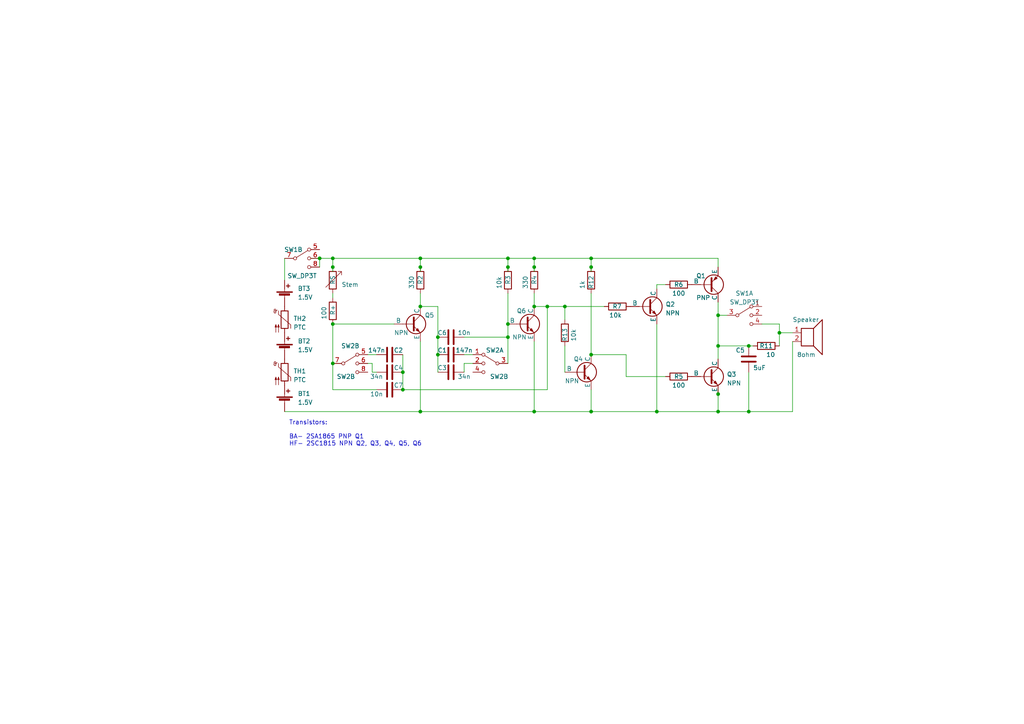
<source format=kicad_sch>
(kicad_sch (version 20231120) (generator "eeschema") (generator_version "8.0")
  (paper "A4")
  (lib_symbols
    (symbol "Device:Battery_Cell" (pin_numbers hide) (pin_names (offset 0) hide)
      (property "Reference" "BT" (at 2.54 2.54 0))
      (property "Value" "Battery_Cell" (at 2.54 0 0))
      (symbol "Battery_Cell_0_1"
        (rectangle (start -2.286 1.778) (end 2.286 1.524) (fill (type outline)))
        (rectangle (start -1.5748 1.1938) (end 1.4732 0.6858) (fill (type outline)))
        (polyline (pts (xy 0 0.762) (xy 0 0)))
        (polyline (pts (xy 0 1.778) (xy 0 2.54)))
        (polyline (pts (xy 0.508 3.429) (xy 1.524 3.429)) (stroke (width 0.254)))
        (polyline (pts (xy 1.016 3.937) (xy 1.016 2.921)) (stroke (width 0.254)))
      )
      (symbol "Battery_Cell_1_1"
        (pin passive line (at 0 5.08 270) (length 2.54) (name "+") (number "1"))
        (pin passive line (at 0 -2.54 90) (length 2.54) (name "-") (number "2"))
      )
    )
    (symbol "Device:C" (pin_numbers hide) (pin_names (offset 0.254))
      (property "Reference" "C" (at 0.635 2.54 0))
      (property "Value" "C" (at 0.635 -2.54 0))
      (symbol "C_0_1"
        (polyline (pts (xy -2.032 -0.762) (xy 2.032 -0.762)) (stroke (width 0.508)))
        (polyline (pts (xy -2.032 0.762) (xy 2.032 0.762)) (stroke (width 0.508)))
      )
      (symbol "C_1_1"
        (pin passive line (at 0 3.81 270) (length 2.794) (name "~") (number "1"))
        (pin passive line (at 0 -3.81 90) (length 2.794) (name "~") (number "2"))
      )
    )
    (symbol "Device:R" (pin_numbers hide) (pin_names (offset 0))
      (property "Reference" "R" (at 2.032 0 90))
      (property "Value" "R" (at 0 0 90))
      (symbol "R_0_1"
        (rectangle (start -1.016 -2.54) (end 1.016 2.54) (stroke (width 0.254)))
      )
      (symbol "R_1_1"
        (pin passive line (at 0 3.81 270) (length 1.27) (name "~") (number "1"))
        (pin passive line (at 0 -3.81 90) (length 1.27) (name "~") (number "2"))
      )
    )
    (symbol "Device:R_Variable" (pin_numbers hide) (pin_names (offset 0))
      (property "Reference" "R" (at 2.54 -2.54 90))
      (property "Value" "R_Variable" (at -2.54 -1.27 90))
      (symbol "R_Variable_0_1"
        (rectangle (start -1.016 -2.54) (end 1.016 2.54) (stroke (width 0.254)))
        (polyline (pts (xy 2.54 1.524) (xy 2.54 2.54) (xy 1.524 2.54) (xy 2.54 2.54) (xy -2.032 -2.032)))
      )
      (symbol "R_Variable_1_1"
        (pin passive line (at 0 3.81 270) (length 1.27) (name "~") (number "1"))
        (pin passive line (at 0 -3.81 90) (length 1.27) (name "~") (number "2"))
      )
    )
    (symbol "Device:Speaker" (pin_names (offset 0) hide)
      (property "Reference" "LS" (at 1.27 5.715 0))
      (property "Value" "Speaker" (at 1.27 3.81 0))
      (symbol "Speaker_0_0"
        (rectangle (start -2.54 1.27) (end 1.016 -3.81) (stroke (width 0.254)))
        (polyline (pts (xy 1.016 1.27) (xy 3.556 3.81) (xy 3.556 -6.35) (xy 1.016 -3.81)) (stroke (width 0.254)))
      )
      (symbol "Speaker_1_1"
        (pin input line (at -5.08 0 0) (length 2.54) (name "1") (number "1"))
        (pin input line (at -5.08 -2.54 0) (length 2.54) (name "2") (number "2"))
      )
    )
    (symbol "Device:Thermistor_PTC" (pin_numbers hide) (pin_names (offset 0))
      (property "Reference" "TH" (at -4.064 0 90))
      (property "Value" "Thermistor_PTC" (at 3.048 0 90))
      (symbol "Thermistor_PTC_0_1"
        (arc (start -3.048 2.159) (mid -3.0495 2.3143) (end -3.175 2.413))
        (arc (start -3.048 2.159) (mid -2.9736 1.9794) (end -2.794 1.905))
        (arc (start -3.048 2.794) (mid -2.9736 2.6144) (end -2.794 2.54))
        (arc (start -2.794 1.905) (mid -2.6144 1.9794) (end -2.54 2.159))
        (arc (start -2.794 2.54) (mid -2.4393 2.5587) (end -2.159 2.794))
        (arc (start -2.794 3.048) (mid -2.9736 2.9736) (end -3.048 2.794))
        (arc (start -2.54 2.794) (mid -2.6144 2.9736) (end -2.794 3.048))
        (rectangle (start -1.016 2.54) (end 1.016 -2.54) (stroke (width 0.254)))
        (polyline (pts (xy -2.54 2.159) (xy -2.54 2.794)))
        (polyline (pts (xy -1.778 2.54) (xy -1.778 1.524) (xy 1.778 -1.524) (xy 1.778 -2.54)))
        (polyline (pts (xy -2.54 -3.683) (xy -2.54 -1.397) (xy -2.794 -2.159) (xy -2.286 -2.159) (xy -2.54 -1.397) (xy -2.54 -1.651)) (fill (type outline)))
        (polyline (pts (xy -1.778 -3.683) (xy -1.778 -1.397) (xy -2.032 -2.159) (xy -1.524 -2.159) (xy -1.778 -1.397) (xy -1.778 -1.651)) (fill (type outline)))
      )
      (symbol "Thermistor_PTC_1_1"
        (pin passive line (at 0 3.81 270) (length 1.27) (name "~") (number "1"))
        (pin passive line (at 0 -3.81 90) (length 1.27) (name "~") (number "2"))
      )
    )
    (symbol "Simulation_SPICE:NPN" (pin_numbers hide) (pin_names (offset 0))
      (property "Reference" "Q" (at -2.54 7.62 0))
      (property "Value" "NPN" (at -2.54 5.08 0))
      (symbol "NPN_0_1"
        (polyline (pts (xy -2.54 0) (xy 0.635 0)) (stroke (width 0.1524)))
        (polyline (pts (xy 0.635 0.635) (xy 2.54 2.54)))
        (polyline (pts (xy 2.794 -1.27) (xy 2.794 -1.27)) (stroke (width 0.1524)))
        (polyline (pts (xy 2.794 -1.27) (xy 2.794 -1.27)) (stroke (width 0.1524)))
        (polyline (pts (xy 0.635 -0.635) (xy 2.54 -2.54) (xy 2.54 -2.54)))
        (polyline (pts (xy 0.635 1.905) (xy 0.635 -1.905) (xy 0.635 -1.905)) (stroke (width 0.508)))
        (polyline (pts (xy 1.27 -1.778) (xy 1.778 -1.27) (xy 2.286 -2.286) (xy 1.27 -1.778) (xy 1.27 -1.778)) (fill (type outline)))
        (circle (center 1.27 0) (radius 2.8194) (stroke (width 0.254)))
      )
      (symbol "NPN_1_1"
        (pin open_collector line (at 2.54 5.08 270) (length 2.54) (name "C") (number "1"))
        (pin input line (at -5.08 0 0) (length 2.54) (name "B") (number "2"))
        (pin open_emitter line (at 2.54 -5.08 90) (length 2.54) (name "E") (number "3"))
      )
    )
    (symbol "Simulation_SPICE:PNP" (pin_numbers hide) (pin_names (offset 0))
      (property "Reference" "Q" (at -2.54 7.62 0))
      (property "Value" "PNP" (at -2.54 5.08 0))
      (symbol "PNP_0_1"
        (polyline (pts (xy -2.54 0) (xy 0.635 0)) (stroke (width 0.1524)))
        (polyline (pts (xy 0.635 0.635) (xy 2.54 2.54)))
        (polyline (pts (xy 0.635 -0.635) (xy 2.54 -2.54) (xy 2.54 -2.54)))
        (polyline (pts (xy 0.635 1.905) (xy 0.635 -1.905) (xy 0.635 -1.905)) (stroke (width 0.508)))
        (polyline (pts (xy 2.286 -1.778) (xy 1.778 -2.286) (xy 1.27 -1.27) (xy 2.286 -1.778) (xy 2.286 -1.778)) (fill (type outline)))
        (circle (center 1.27 0) (radius 2.8194) (stroke (width 0.254)))
      )
      (symbol "PNP_1_1"
        (pin open_collector line (at 2.54 5.08 270) (length 2.54) (name "C") (number "1"))
        (pin input line (at -5.08 0 0) (length 2.54) (name "B") (number "2"))
        (pin open_emitter line (at 2.54 -5.08 90) (length 2.54) (name "E") (number "3"))
      )
    )
    (symbol "Switch:SW_DP3T" (pin_names (offset 0) hide)
      (property "Reference" "SW" (at 0 5.08 0))
      (property "Value" "SW_DP3T" (at 0 -5.08 0))
      (symbol "SW_DP3T_0_1"
        (circle (center -2.032 0) (radius 0.4572))
        (polyline (pts (xy -1.651 0.254) (xy 1.651 2.286)))
        (circle (center 2.032 -2.54) (radius 0.4572))
        (circle (center 2.032 0) (radius 0.4572))
        (circle (center 2.032 2.54) (radius 0.4572))
      )
      (symbol "SW_DP3T_1_1"
        (pin passive line (at 5.08 2.54 180) (length 2.54) (name "1") (number "1"))
        (pin passive line (at 5.08 0 180) (length 2.54) (name "2") (number "2"))
        (pin passive line (at -5.08 0 0) (length 2.54) (name "3") (number "3"))
        (pin passive line (at 5.08 -2.54 180) (length 2.54) (name "4") (number "4"))
      )
      (symbol "SW_DP3T_2_1"
        (pin passive line (at 5.08 2.54 180) (length 2.54) (name "5") (number "5"))
        (pin passive line (at 5.08 0 180) (length 2.54) (name "6") (number "6"))
        (pin passive line (at -5.08 0 0) (length 2.54) (name "7") (number "7"))
        (pin passive line (at 5.08 -2.54 180) (length 2.54) (name "8") (number "8"))
      )
    )
  )
  (junction (at 190.5 119.38))
  (junction (at 127 102.87))
  (junction (at 208.28 119.38))
  (junction (at 121.92 74.93))
  (junction (at 154.94 119.38))
  (junction (at 208.28 100.33))
  (junction (at 121.92 77.47))
  (junction (at 147.32 93.98))
  (junction (at 208.28 91.44))
  (junction (at 171.45 119.38))
  (junction (at 121.92 119.38))
  (junction (at 171.45 74.93))
  (junction (at 96.52 93.98))
  (junction (at 154.94 74.93))
  (junction (at 226.06 96.52))
  (junction (at 163.83 88.9))
  (junction (at 147.32 74.93))
  (junction (at 217.17 119.38))
  (junction (at 127 97.79))
  (junction (at 171.45 77.47))
  (junction (at 158.75 88.9))
  (junction (at 96.52 105.41))
  (junction (at 154.94 77.47))
  (junction (at 121.92 88.9))
  (junction (at 92.71 74.93))
  (junction (at 154.94 88.9))
  (junction (at 147.32 77.47))
  (junction (at 116.84 113.03))
  (junction (at 147.32 97.79))
  (junction (at 208.28 114.3))
  (junction (at 96.52 74.93))
  (junction (at 96.52 77.47))
  (junction (at 116.84 107.95))
  (junction (at 217.17 100.33))
  (junction (at 171.45 102.87))
  (wire (pts (xy 226.06 100.33) (xy 226.06 96.52)))
  (wire (pts (xy 107.95 105.41) (xy 106.68 105.41)))
  (wire (pts (xy 96.52 113.03) (xy 96.52 105.41)))
  (wire (pts (xy 154.94 77.47) (xy 154.94 78.74)))
  (wire (pts (xy 171.45 74.93) (xy 171.45 77.47)))
  (wire (pts (xy 96.52 93.98) (xy 114.3 93.98)))
  (wire (pts (xy 82.55 119.38) (xy 121.92 119.38)))
  (wire (pts (xy 127 88.9) (xy 127 97.79)))
  (wire (pts (xy 96.52 74.93) (xy 121.92 74.93)))
  (wire (pts (xy 96.52 77.47) (xy 96.52 78.74)))
  (wire (pts (xy 134.62 107.95) (xy 134.62 105.41)))
  (wire (pts (xy 217.17 119.38) (xy 229.87 119.38)))
  (wire (pts (xy 107.95 107.95) (xy 107.95 105.41)))
  (wire (pts (xy 116.84 107.95) (xy 116.84 113.03)))
  (wire (pts (xy 154.94 74.93) (xy 154.94 77.47)))
  (wire (pts (xy 190.5 83.82) (xy 190.5 82.55)))
  (wire (pts (xy 226.06 96.52) (xy 229.87 96.52)))
  (wire (pts (xy 121.92 74.93) (xy 121.92 77.47)))
  (wire (pts (xy 171.45 85.09) (xy 171.45 102.87)))
  (wire (pts (xy 163.83 88.9) (xy 175.26 88.9)))
  (wire (pts (xy 121.92 77.47) (xy 121.92 78.74)))
  (wire (pts (xy 154.94 119.38) (xy 171.45 119.38)))
  (wire (pts (xy 127 102.87) (xy 127 107.95)))
  (wire (pts (xy 106.68 102.87) (xy 109.22 102.87)))
  (wire (pts (xy 193.04 109.22) (xy 181.61 109.22)))
  (wire (pts (xy 171.45 77.47) (xy 171.45 78.74)))
  (wire (pts (xy 163.83 88.9) (xy 163.83 92.71)))
  (wire (pts (xy 147.32 74.93) (xy 154.94 74.93)))
  (wire (pts (xy 208.28 100.33) (xy 217.17 100.33)))
  (wire (pts (xy 92.71 74.93) (xy 96.52 74.93)))
  (wire (pts (xy 181.61 102.87) (xy 171.45 102.87)))
  (wire (pts (xy 171.45 119.38) (xy 190.5 119.38)))
  (wire (pts (xy 121.92 99.06) (xy 121.92 119.38)))
  (wire (pts (xy 137.16 102.87) (xy 134.62 102.87)))
  (wire (pts (xy 208.28 113.03) (xy 208.28 114.3)))
  (wire (pts (xy 163.83 100.33) (xy 163.83 107.95)))
  (wire (pts (xy 229.87 99.06) (xy 229.87 119.38)))
  (wire (pts (xy 96.52 85.09) (xy 96.52 86.36)))
  (wire (pts (xy 121.92 74.93) (xy 147.32 74.93)))
  (wire (pts (xy 154.94 85.09) (xy 154.94 88.9)))
  (wire (pts (xy 96.52 93.98) (xy 96.52 105.41)))
  (wire (pts (xy 147.32 85.09) (xy 147.32 93.98)))
  (wire (pts (xy 217.17 107.95) (xy 217.17 119.38)))
  (wire (pts (xy 121.92 88.9) (xy 127 88.9)))
  (wire (pts (xy 96.52 74.93) (xy 96.52 77.47)))
  (wire (pts (xy 154.94 88.9) (xy 158.75 88.9)))
  (wire (pts (xy 226.06 93.98) (xy 226.06 96.52)))
  (wire (pts (xy 208.28 114.3) (xy 208.28 119.38)))
  (wire (pts (xy 147.32 77.47) (xy 147.32 78.74)))
  (wire (pts (xy 90.17 74.93) (xy 92.71 74.93)))
  (wire (pts (xy 190.5 82.55) (xy 193.04 82.55)))
  (wire (pts (xy 208.28 91.44) (xy 208.28 100.33)))
  (wire (pts (xy 190.5 119.38) (xy 208.28 119.38)))
  (wire (pts (xy 116.84 102.87) (xy 116.84 107.95)))
  (wire (pts (xy 127 97.79) (xy 127 102.87)))
  (wire (pts (xy 208.28 87.63) (xy 208.28 91.44)))
  (wire (pts (xy 147.32 93.98) (xy 147.32 97.79)))
  (wire (pts (xy 134.62 105.41) (xy 137.16 105.41)))
  (wire (pts (xy 208.28 91.44) (xy 210.82 91.44)))
  (wire (pts (xy 92.71 74.93) (xy 92.71 77.47)))
  (wire (pts (xy 109.22 113.03) (xy 96.52 113.03)))
  (wire (pts (xy 171.45 74.93) (xy 208.28 74.93)))
  (wire (pts (xy 121.92 85.09) (xy 121.92 88.9)))
  (wire (pts (xy 181.61 109.22) (xy 181.61 102.87)))
  (wire (pts (xy 121.92 119.38) (xy 154.94 119.38)))
  (wire (pts (xy 158.75 88.9) (xy 163.83 88.9)))
  (wire (pts (xy 190.5 93.98) (xy 190.5 119.38)))
  (wire (pts (xy 220.98 93.98) (xy 226.06 93.98)))
  (wire (pts (xy 208.28 74.93) (xy 208.28 77.47)))
  (wire (pts (xy 147.32 97.79) (xy 147.32 105.41)))
  (wire (pts (xy 109.22 107.95) (xy 107.95 107.95)))
  (wire (pts (xy 171.45 113.03) (xy 171.45 119.38)))
  (wire (pts (xy 134.62 97.79) (xy 147.32 97.79)))
  (wire (pts (xy 147.32 74.93) (xy 147.32 77.47)))
  (wire (pts (xy 116.84 113.03) (xy 158.75 113.03)))
  (wire (pts (xy 154.94 99.06) (xy 154.94 119.38)))
  (wire (pts (xy 208.28 100.33) (xy 208.28 104.14)))
  (wire (pts (xy 208.28 119.38) (xy 217.17 119.38)))
  (wire (pts (xy 218.44 100.33) (xy 217.17 100.33)))
  (wire (pts (xy 154.94 74.93) (xy 171.45 74.93)))
  (wire (pts (xy 158.75 88.9) (xy 158.75 113.03)))
  (wire (pts (xy 82.55 74.93) (xy 82.55 81.28)))
  (text "Transistors: \n\nBA- 2SA1865 PNP Q1\nHF- 2SC1815 NPN Q2, Q3, Q4, Q5, Q6" (at 83.82 129.54 0) (effects (font (size 1.27 1.27)) (justify left bottom)))
  (symbol (lib_id "Simulation_SPICE:NPN") (at 152.4 93.98 0) (unit 1)
    (property "Reference" "Q6" (at 149.86 90.17 0) (effects (justify left)))
    (property "Value" "NPN" (at 148.59 97.79 0) (effects (justify left)))
    (property "Sim.Device" "NPN" (effects (hide yes)))
    (property "Sim.Type" "GUMMELPOON" (effects (hide yes)))
    (property "Sim.Pins" "1=C 2=B 3=E" (effects (hide yes)))
  )
  (symbol (lib_id "Device:R") (at 147.32 81.28 0) (unit 1)
    (property "Reference" "R3" (at 147.32 82.55 90) (effects (justify left)))
    (property "Value" "10k" (at 144.78 83.82 90) (effects (justify left)))
  )
  (symbol (lib_id "Device:R") (at 196.85 109.22 90) (unit 1)
    (property "Reference" "R5" (at 196.85 109.22 90))
    (property "Value" "100" (at 196.85 111.76 90))
  )
  (symbol (lib_id "Device:C") (at 113.03 102.87 90) (unit 1)
    (property "Reference" "C2" (at 115.57 101.6 90))
    (property "Value" "147n" (at 109.22 101.6 90))
  )
  (symbol (lib_id "Device:Thermistor_PTC") (at 82.55 92.71 0) (unit 1)
    (property "Reference" "TH2" (at 85.09 92.3925 0) (effects (justify left)))
    (property "Value" "PTC" (at 85.09 94.9325 0) (effects (justify left)))
  )
  (symbol (lib_id "Device:Speaker") (at 234.95 96.52 0) (unit 1)
    (property "Reference" "8ohm" (at 231.14 102.87 0) (effects (justify left)))
    (property "Value" "Speaker" (at 229.87 92.71 0) (effects (justify left)))
  )
  (symbol (lib_id "Device:R_Variable") (at 96.52 81.28 0) (unit 1)
    (property "Reference" "RS" (at 96.52 82.55 90) (effects (justify left)))
    (property "Value" "Stem" (at 99.06 82.55 0) (effects (justify left)))
  )
  (symbol (lib_id "Device:R") (at 179.07 88.9 90) (unit 1)
    (property "Reference" "R7" (at 180.34 88.9 90) (effects (justify left)))
    (property "Value" "10k" (at 180.34 91.44 90) (effects (justify left)))
  )
  (symbol (lib_id "Device:C") (at 113.03 113.03 270) (unit 1)
    (property "Reference" "C7" (at 115.57 111.76 90))
    (property "Value" "10n" (at 109.22 114.3 90))
  )
  (symbol (lib_id "Device:R") (at 163.83 96.52 180) (unit 1)
    (property "Reference" "R13" (at 163.83 99.06 90) (effects (justify right)))
    (property "Value" "10k" (at 166.37 99.06 90) (effects (justify right)))
  )
  (symbol (lib_id "Switch:SW_DP3T") (at 142.24 105.41 0) (mirror y) (unit 1)
    (property "Reference" "SW2" (at 143.51 101.6 0))
    (property "Value" "SW2B" (at 144.78 109.22 0))
  )
  (symbol (lib_id "Switch:SW_DP3T") (at 101.6 105.41 0) (unit 2)
    (property "Reference" "SW2" (at 100.33 109.22 0))
    (property "Value" "SW2B" (at 101.6 100.33 0))
  )
  (symbol (lib_id "Device:C") (at 130.81 102.87 90) (mirror x) (unit 1)
    (property "Reference" "C1" (at 128.27 101.6 90))
    (property "Value" "147n" (at 134.62 101.6 90))
  )
  (symbol (lib_id "Device:C") (at 130.81 107.95 270) (mirror x) (unit 1)
    (property "Reference" "C3" (at 128.27 106.68 90))
    (property "Value" "34n" (at 134.62 109.22 90))
  )
  (symbol (lib_id "Device:R") (at 154.94 81.28 0) (unit 1)
    (property "Reference" "R4" (at 154.94 82.55 90) (effects (justify left)))
    (property "Value" "330" (at 152.4 83.82 90) (effects (justify left)))
  )
  (symbol (lib_id "Simulation_SPICE:PNP") (at 205.74 82.55 0) (mirror x) (unit 1)
    (property "Reference" "Q1" (at 201.93 80.01 0) (effects (justify left)))
    (property "Value" "PNP" (at 201.93 86.36 0) (effects (justify left)))
    (property "Sim.Device" "PNP" (effects (hide yes)))
    (property "Sim.Type" "GUMMELPOON" (effects (hide yes)))
    (property "Sim.Pins" "1=C 2=B 3=E" (effects (hide yes)))
  )
  (symbol (lib_id "Device:R") (at 96.52 90.17 0) (unit 1)
    (property "Reference" "R+" (at 96.52 91.44 90) (effects (justify left)))
    (property "Value" "100" (at 93.98 92.71 90) (effects (justify left)))
  )
  (symbol (lib_id "Device:C") (at 217.17 104.14 0) (unit 1)
    (property "Reference" "C5" (at 213.36 101.6 0) (effects (justify left)))
    (property "Value" "5uF" (at 218.44 106.68 0) (effects (justify left)))
  )
  (symbol (lib_id "Device:C") (at 113.03 107.95 90) (unit 1)
    (property "Reference" "C4" (at 115.57 106.68 90))
    (property "Value" "34n" (at 109.22 109.22 90))
  )
  (symbol (lib_id "Device:Battery_Cell") (at 82.55 116.84 0) (unit 1)
    (property "Reference" "BT1" (at 86.36 114.173 0) (effects (justify left)))
    (property "Value" "1.5V" (at 86.36 116.713 0) (effects (justify left)))
  )
  (symbol (lib_id "Switch:SW_DP3T") (at 215.9 91.44 0) (unit 1)
    (property "Reference" "SW1" (at 215.9 85.09 0))
    (property "Value" "SW_DP3T" (at 215.9 87.63 0))
  )
  (symbol (lib_id "Switch:SW_DP3T") (at 87.63 74.93 0) (unit 2)
    (property "Reference" "SW1" (at 85.09 72.39 0))
    (property "Value" "SW_DP3T" (at 87.63 80.01 0))
  )
  (symbol (lib_id "Device:R") (at 171.45 81.28 0) (unit 1)
    (property "Reference" "R12" (at 171.45 83.82 90) (effects (justify left)))
    (property "Value" "1k" (at 168.91 83.82 90) (effects (justify left)))
  )
  (symbol (lib_id "Simulation_SPICE:NPN") (at 205.74 109.22 0) (unit 1)
    (property "Reference" "Q3" (at 210.82 108.585 0) (effects (justify left)))
    (property "Value" "NPN" (at 210.82 111.125 0) (effects (justify left)))
    (property "Sim.Device" "NPN" (effects (hide yes)))
    (property "Sim.Type" "GUMMELPOON" (effects (hide yes)))
    (property "Sim.Pins" "1=C 2=B 3=E" (effects (hide yes)))
  )
  (symbol (lib_id "Simulation_SPICE:NPN") (at 168.91 107.95 0) (unit 1)
    (property "Reference" "Q4" (at 166.37 104.14 0) (effects (justify left)))
    (property "Value" "NPN" (at 163.83 110.49 0) (effects (justify left)))
    (property "Sim.Device" "NPN" (effects (hide yes)))
    (property "Sim.Type" "GUMMELPOON" (effects (hide yes)))
    (property "Sim.Pins" "1=C 2=B 3=E" (effects (hide yes)))
  )
  (symbol (lib_id "Device:R") (at 121.92 81.28 0) (unit 1)
    (property "Reference" "R2" (at 121.92 82.55 90) (effects (justify left)))
    (property "Value" "330" (at 119.38 83.82 90) (effects (justify left)))
  )
  (symbol (lib_id "Device:Battery_Cell") (at 82.55 86.36 0) (unit 1)
    (property "Reference" "BT3" (at 86.36 83.693 0) (effects (justify left)))
    (property "Value" "1.5V" (at 86.36 86.233 0) (effects (justify left)))
  )
  (symbol (lib_id "Device:Battery_Cell") (at 82.55 101.6 0) (unit 1)
    (property "Reference" "BT2" (at 86.36 98.933 0) (effects (justify left)))
    (property "Value" "1.5V" (at 86.36 101.473 0) (effects (justify left)))
  )
  (symbol (lib_id "Device:R") (at 196.85 82.55 90) (unit 1)
    (property "Reference" "R6" (at 196.85 82.55 90))
    (property "Value" "100" (at 196.85 85.09 90))
  )
  (symbol (lib_id "Device:R") (at 222.25 100.33 90) (unit 1)
    (property "Reference" "R11" (at 222.25 100.33 90))
    (property "Value" "10" (at 223.52 102.87 90))
  )
  (symbol (lib_id "Device:C") (at 130.81 97.79 270) (unit 1)
    (property "Reference" "C6" (at 128.27 96.52 90))
    (property "Value" "10n" (at 134.62 96.52 90))
  )
  (symbol (lib_id "Simulation_SPICE:NPN") (at 187.96 88.9 0) (unit 1)
    (property "Reference" "Q2" (at 193.04 88.265 0) (effects (justify left)))
    (property "Value" "NPN" (at 193.04 90.805 0) (effects (justify left)))
    (property "Sim.Device" "NPN" (effects (hide yes)))
    (property "Sim.Type" "GUMMELPOON" (effects (hide yes)))
    (property "Sim.Pins" "1=C 2=B 3=E" (effects (hide yes)))
  )
  (symbol (lib_id "Device:Thermistor_PTC") (at 82.55 107.95 0) (unit 1)
    (property "Reference" "TH1" (at 85.09 107.6325 0) (effects (justify left)))
    (property "Value" "PTC" (at 85.09 110.1725 0) (effects (justify left)))
  )
  (symbol (lib_id "Simulation_SPICE:NPN") (at 119.38 93.98 0) (unit 1)
    (property "Reference" "Q5" (at 123.19 91.44 0) (effects (justify left)))
    (property "Value" "NPN" (at 114.3 96.52 0) (effects (justify left)))
    (property "Sim.Device" "NPN" (effects (hide yes)))
    (property "Sim.Type" "GUMMELPOON" (effects (hide yes)))
    (property "Sim.Pins" "1=C 2=B 3=E" (effects (hide yes)))
  )
)
</source>
